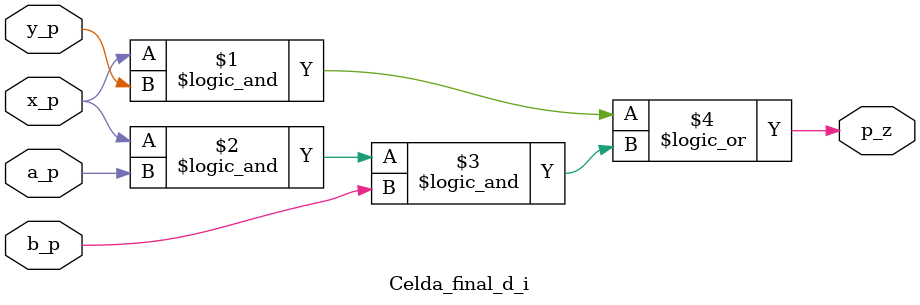
<source format=v>
module Celda_final_d_i (

/*Tiene 4 entradas 1 salida*/
    input wire a_p,
    input wire b_p,
    input wire x_p,
    input wire y_p,
    output wire p_z
);
assign p_z = x_p&&y_p||x_p&&a_p&&b_p;

endmodule

</source>
